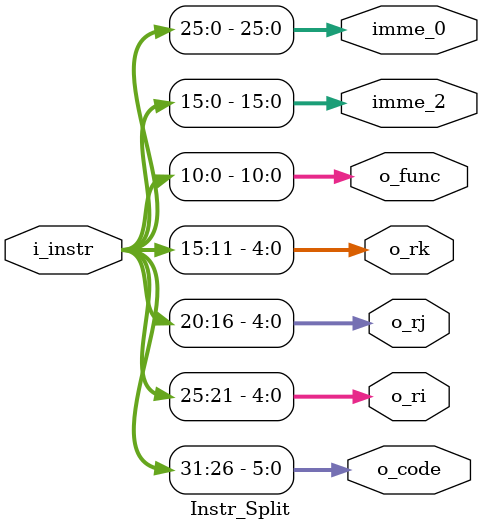
<source format=v>
`timescale 1ns / 1ps

/*
 * Author:		李扬名.
 * StartTime:	18/11/9
 * Software:	Xilins-ISE
 * Editor:		Sublime
 * FileName:	Instr_Split.v
 * FileType:	source
 * LastModify:	18/11/9
 */


// 解析命令, 将指令拆解, 组合逻辑.
module Instr_Split(
		i_instr, o_code, o_ri, o_rj, o_rk, o_func, imme_2, imme_0
    );

	parameter INSTRUCT_SIZE = 32;
	parameter CODE_INDEX_SIZE = 6;
	parameter REGISTER_INDEX_SIZE = 5;
	parameter FUNC_INDEX_SIZE = 11;
	parameter IMME_2_SIZE = 16;
	parameter IMME_0_SIZE = 26;

	input wire [INSTRUCT_SIZE-1:0] i_instr;			// 输入的指令.
	output wire [CODE_INDEX_SIZE-1:0] o_code;		// 指令类型 i_code 字段.
	output wire [REGISTER_INDEX_SIZE-1:0] o_ri;		// 寄存器 Ri 字段.
	output wire [REGISTER_INDEX_SIZE-1:0] o_rj;		// 寄存器 Rj 字段.
	output wire [REGISTER_INDEX_SIZE-1:0] o_rk;		// 寄存器 Rk 字段.
	output wire [FUNC_INDEX_SIZE-1:0] o_func;		// 运算类型 i_func 字段.
	output wire [IMME_2_SIZE-1:0] imme_2;			// 2 寄存器类型指令的立即数.
	output wire [IMME_0_SIZE-1:0] imme_0;			// 无寄存器类型指令的立即数.

	assign o_code = i_instr[31:26];
	assign o_ri = i_instr[25:21];
	assign o_rj = i_instr[20:16];
	assign o_rk = i_instr[15:11];
	assign o_func = i_instr[10:0];
	assign imme_2 = i_instr[15:0];
	assign imme_0 = i_instr[25:0];

endmodule

</source>
